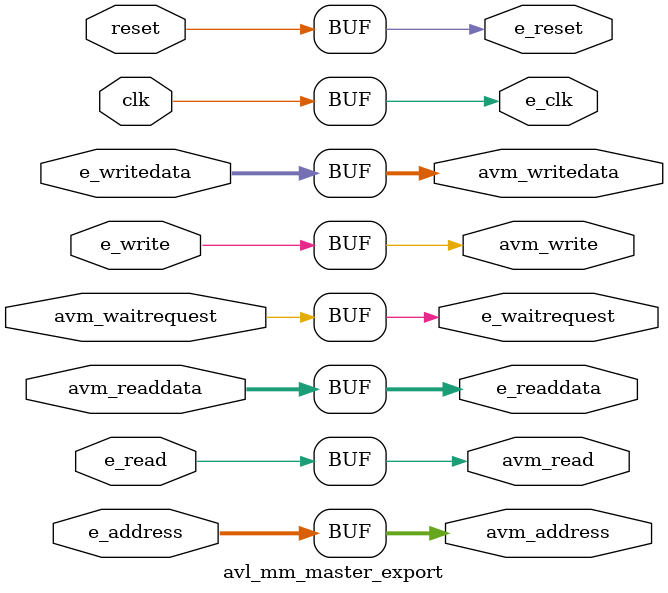
<source format=v>
module avl_mm_master_export
(clk, reset,
avm_readdata, avm_writedata, avm_read, avm_write, avm_address, avm_waitrequest,
e_readdata, e_writedata, e_read, e_write, e_address, e_waitrequest, e_clk, e_reset);

	input clk;
	input reset;

	input [31:0] avm_readdata;
	output [31:0] avm_writedata;
	output [31:0] avm_address;
	output avm_read;
	output avm_write;
	input avm_waitrequest;

	output e_clk;
	output e_reset;
	output [31:0] e_readdata;
	input [31:0] e_writedata;
	input [31:0] e_address;
	input e_read;
	input e_write;
	output e_waitrequest;

	assign e_clk = clk;
	assign e_reset = reset;

	assign e_readdata = avm_readdata;
	assign e_waitrequest = avm_waitrequest;
	assign avm_writedata = e_writedata;
	assign avm_write = e_write;
	assign avm_read = e_read;
	assign avm_address = e_address;

endmodule
</source>
